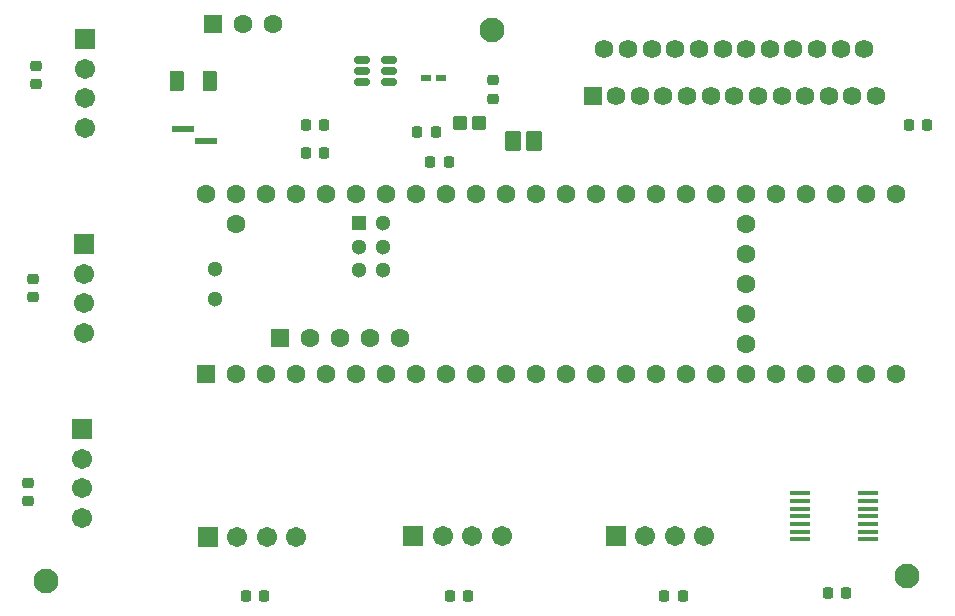
<source format=gbr>
%TF.GenerationSoftware,KiCad,Pcbnew,7.0.7*%
%TF.CreationDate,2024-02-11T14:14:06-05:00*%
%TF.ProjectId,Teddi 2-11-24,54656464-6920-4322-9d31-312d32342e6b,rev?*%
%TF.SameCoordinates,Original*%
%TF.FileFunction,Soldermask,Top*%
%TF.FilePolarity,Negative*%
%FSLAX46Y46*%
G04 Gerber Fmt 4.6, Leading zero omitted, Abs format (unit mm)*
G04 Created by KiCad (PCBNEW 7.0.7) date 2024-02-11 14:14:06*
%MOMM*%
%LPD*%
G01*
G04 APERTURE LIST*
G04 Aperture macros list*
%AMRoundRect*
0 Rectangle with rounded corners*
0 $1 Rounding radius*
0 $2 $3 $4 $5 $6 $7 $8 $9 X,Y pos of 4 corners*
0 Add a 4 corners polygon primitive as box body*
4,1,4,$2,$3,$4,$5,$6,$7,$8,$9,$2,$3,0*
0 Add four circle primitives for the rounded corners*
1,1,$1+$1,$2,$3*
1,1,$1+$1,$4,$5*
1,1,$1+$1,$6,$7*
1,1,$1+$1,$8,$9*
0 Add four rect primitives between the rounded corners*
20,1,$1+$1,$2,$3,$4,$5,0*
20,1,$1+$1,$4,$5,$6,$7,0*
20,1,$1+$1,$6,$7,$8,$9,0*
20,1,$1+$1,$8,$9,$2,$3,0*%
G04 Aperture macros list end*
%ADD10R,1.600000X1.600000*%
%ADD11C,1.600000*%
%ADD12R,1.300000X1.300000*%
%ADD13C,1.300000*%
%ADD14RoundRect,0.225000X0.250000X-0.225000X0.250000X0.225000X-0.250000X0.225000X-0.250000X-0.225000X0*%
%ADD15RoundRect,0.225000X0.225000X0.250000X-0.225000X0.250000X-0.225000X-0.250000X0.225000X-0.250000X0*%
%ADD16RoundRect,0.225000X-0.225000X-0.250000X0.225000X-0.250000X0.225000X0.250000X-0.225000X0.250000X0*%
%ADD17RoundRect,0.225000X-0.250000X0.225000X-0.250000X-0.225000X0.250000X-0.225000X0.250000X0.225000X0*%
%ADD18RoundRect,0.250000X-0.375000X-0.625000X0.375000X-0.625000X0.375000X0.625000X-0.375000X0.625000X0*%
%ADD19RoundRect,0.102000X-0.600000X-0.735000X0.600000X-0.735000X0.600000X0.735000X-0.600000X0.735000X0*%
%ADD20RoundRect,0.102000X-0.754000X-0.754000X0.754000X-0.754000X0.754000X0.754000X-0.754000X0.754000X0*%
%ADD21C,1.712000*%
%ADD22C,2.100000*%
%ADD23R,0.858799X0.550799*%
%ADD24R,1.950000X0.500000*%
%ADD25RoundRect,0.102000X-0.754000X0.754000X-0.754000X-0.754000X0.754000X-0.754000X0.754000X0.754000X0*%
%ADD26RoundRect,0.102000X-0.694000X-0.694000X0.694000X-0.694000X0.694000X0.694000X-0.694000X0.694000X0*%
%ADD27C,1.592000*%
%ADD28R,1.778000X0.355600*%
%ADD29RoundRect,0.102000X-0.699000X-0.699000X0.699000X-0.699000X0.699000X0.699000X-0.699000X0.699000X0*%
%ADD30C,1.602000*%
%ADD31RoundRect,0.102000X-0.470000X-0.510000X0.470000X-0.510000X0.470000X0.510000X-0.470000X0.510000X0*%
%ADD32RoundRect,0.150000X-0.512500X-0.150000X0.512500X-0.150000X0.512500X0.150000X-0.512500X0.150000X0*%
G04 APERTURE END LIST*
D10*
%TO.C,IC1*%
X69270000Y-110150000D03*
D11*
X71810000Y-110150000D03*
X74350000Y-110150000D03*
X76890000Y-110150000D03*
X79430000Y-110150000D03*
X81970000Y-110150000D03*
X84510000Y-110150000D03*
X87050000Y-110150000D03*
X89590000Y-110150000D03*
X92130000Y-110150000D03*
X94670000Y-110150000D03*
X97210000Y-110150000D03*
X99750000Y-110150000D03*
X102290000Y-110150000D03*
X104830000Y-110150000D03*
X107370000Y-110150000D03*
X109910000Y-110150000D03*
X112450000Y-110150000D03*
X114990000Y-110150000D03*
X117530000Y-110150000D03*
X120070000Y-110150000D03*
X122610000Y-110150000D03*
X125150000Y-110150000D03*
X127690000Y-110150000D03*
X127690000Y-94910000D03*
X125150000Y-94910000D03*
X122610000Y-94910000D03*
X120070000Y-94910000D03*
X117530000Y-94910000D03*
X114990000Y-94910000D03*
X112450000Y-94910000D03*
X109910000Y-94910000D03*
X107370000Y-94910000D03*
X104830000Y-94910000D03*
X102290000Y-94910000D03*
X99750000Y-94910000D03*
X97210000Y-94910000D03*
X94670000Y-94910000D03*
X92130000Y-94910000D03*
X89590000Y-94910000D03*
X87050000Y-94910000D03*
X84510000Y-94910000D03*
X81970000Y-94910000D03*
X79430000Y-94910000D03*
X76890000Y-94910000D03*
X74350000Y-94910000D03*
X71810000Y-94910000D03*
X69270000Y-94910000D03*
X71810000Y-97450000D03*
X114990000Y-107610000D03*
X114990000Y-105070000D03*
X114990000Y-102530000D03*
X114990000Y-99990000D03*
X114990000Y-97450000D03*
D10*
X75569200Y-107099200D03*
D11*
X78109200Y-107099200D03*
X80649200Y-107099200D03*
X83189200Y-107099200D03*
X85729200Y-107099200D03*
D12*
X82240000Y-97348400D03*
D13*
X82240000Y-99348400D03*
X82240000Y-101348400D03*
X84240000Y-101348400D03*
X84240000Y-99348400D03*
X84240000Y-97348400D03*
X70000000Y-101260000D03*
X70000000Y-103800000D03*
%TD*%
D14*
%TO.C,C9*%
X93599000Y-86815000D03*
X93599000Y-85265000D03*
%TD*%
D15*
%TO.C,C14*%
X123457000Y-128651000D03*
X121907000Y-128651000D03*
%TD*%
D16*
%TO.C,C13*%
X77711000Y-91440000D03*
X79261000Y-91440000D03*
%TD*%
D17*
%TO.C,C12*%
X54864000Y-84061000D03*
X54864000Y-85611000D03*
%TD*%
D14*
%TO.C,C11*%
X54229000Y-120917000D03*
X54229000Y-119367000D03*
%TD*%
D17*
%TO.C,C10*%
X54610000Y-102095000D03*
X54610000Y-103645000D03*
%TD*%
D16*
%TO.C,C8*%
X77711000Y-89050000D03*
X79261000Y-89050000D03*
%TD*%
%TO.C,C7*%
X128765000Y-89027000D03*
X130315000Y-89027000D03*
%TD*%
%TO.C,C6*%
X108064000Y-128905000D03*
X109614000Y-128905000D03*
%TD*%
%TO.C,C4*%
X72631000Y-128905000D03*
X74181000Y-128905000D03*
%TD*%
%TO.C,C3*%
X89903000Y-128905000D03*
X91453000Y-128905000D03*
%TD*%
D15*
%TO.C,C2*%
X88709800Y-89662000D03*
X87159800Y-89662000D03*
%TD*%
%TO.C,C1*%
X89802000Y-92202000D03*
X88252000Y-92202000D03*
%TD*%
D18*
%TO.C,F1*%
X66799000Y-85344000D03*
X69599000Y-85344000D03*
%TD*%
D19*
%TO.C,L2*%
X95279000Y-90424000D03*
X96999000Y-90424000D03*
%TD*%
D20*
%TO.C,J4*%
X103946000Y-123842000D03*
D21*
X106446000Y-123842000D03*
X108946000Y-123842000D03*
X111446000Y-123842000D03*
%TD*%
D22*
%TO.C,H2*%
X128651000Y-127254000D03*
%TD*%
%TO.C,H3*%
X93472000Y-81026000D03*
%TD*%
D20*
%TO.C,J1*%
X69402000Y-123969000D03*
D21*
X71902000Y-123969000D03*
X74402000Y-123969000D03*
X76902000Y-123969000D03*
%TD*%
D23*
%TO.C,R2*%
X87864601Y-85090000D03*
X89173399Y-85090000D03*
%TD*%
D20*
%TO.C,J2*%
X86801000Y-123842000D03*
D21*
X89301000Y-123842000D03*
X91801000Y-123842000D03*
X94301000Y-123842000D03*
%TD*%
D24*
%TO.C,J10*%
X67351000Y-89416000D03*
X69301000Y-90416000D03*
%TD*%
D25*
%TO.C,J6*%
X58801000Y-114808000D03*
D21*
X58801000Y-117308000D03*
X58801000Y-119808000D03*
X58801000Y-122308000D03*
%TD*%
D25*
%TO.C,J5*%
X58928000Y-99131100D03*
D21*
X58928000Y-101631100D03*
X58928000Y-104131100D03*
X58928000Y-106631100D03*
%TD*%
D22*
%TO.C,H1*%
X55753000Y-127635000D03*
%TD*%
D26*
%TO.C,U1*%
X102000000Y-86600000D03*
D27*
X103000000Y-82600000D03*
X104000000Y-86600000D03*
X105000000Y-82600000D03*
X106000000Y-86600000D03*
X107000000Y-82600000D03*
X108000000Y-86600000D03*
X109000000Y-82600000D03*
X110000000Y-86600000D03*
X111000000Y-82600000D03*
X112000000Y-86600000D03*
X113000000Y-82600000D03*
X114000000Y-86600000D03*
X115000000Y-82600000D03*
X116000000Y-86600000D03*
X117000000Y-82600000D03*
X118000000Y-86600000D03*
X119000000Y-82600000D03*
X120000000Y-86600000D03*
X121000000Y-82600000D03*
X122000000Y-86600000D03*
X123000000Y-82600000D03*
X124000000Y-86600000D03*
X125000000Y-82600000D03*
X126000000Y-86600000D03*
%TD*%
D28*
%TO.C,U3*%
X119557800Y-120223999D03*
X119557800Y-120874000D03*
X119557800Y-121524001D03*
X119557800Y-122174000D03*
X119557800Y-122823999D03*
X119557800Y-123474000D03*
X119557800Y-124123999D03*
X125298200Y-124124001D03*
X125298200Y-123474000D03*
X125298200Y-122824001D03*
X125298200Y-122174000D03*
X125298200Y-121524001D03*
X125298200Y-120874000D03*
X125298200Y-120224001D03*
%TD*%
D25*
%TO.C,J7*%
X59038000Y-81781000D03*
D21*
X59038000Y-84281000D03*
X59038000Y-86781000D03*
X59038000Y-89281000D03*
%TD*%
D29*
%TO.C,J11*%
X69850000Y-80518000D03*
D30*
X72390000Y-80518000D03*
X74930000Y-80518000D03*
%TD*%
D31*
%TO.C,R1*%
X90777000Y-88900000D03*
X92357000Y-88900000D03*
%TD*%
D32*
%TO.C,U2*%
X82457500Y-83550000D03*
X82457500Y-84500000D03*
X82457500Y-85450000D03*
X84732500Y-85450000D03*
X84732500Y-84500000D03*
X84732500Y-83550000D03*
%TD*%
M02*

</source>
